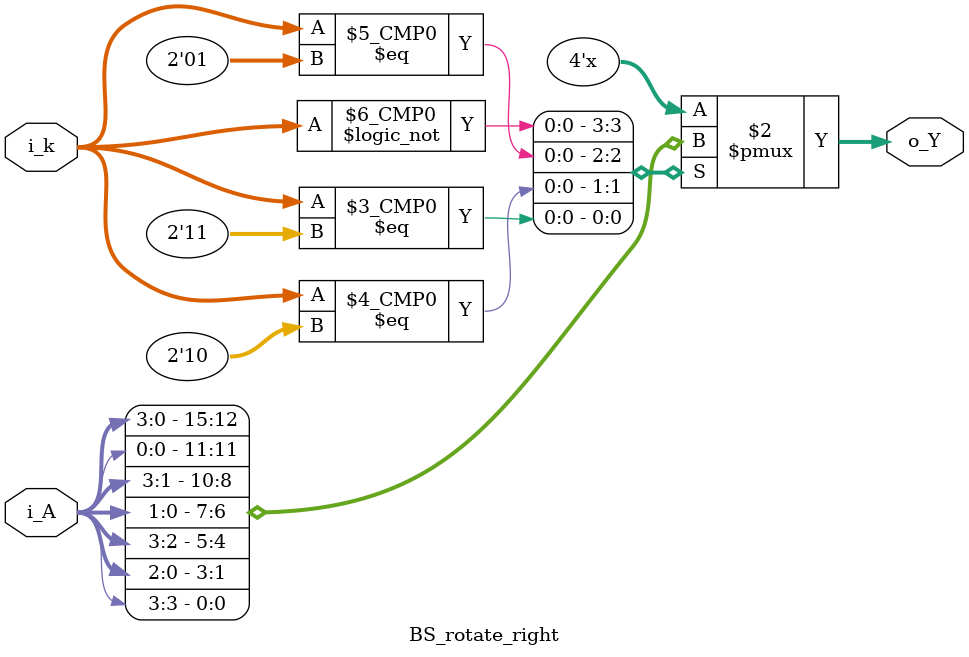
<source format=v>

module BS_rotate_right 
(
    input 		[3:0] i_A,
    input 		[1:0] i_k,
    output reg	[3:0] o_Y
);
	
    
    always @(*) begin
        case (i_k)
            2'b00: 		o_Y = i_A;
            2'b01: 		o_Y = {i_A[0], i_A[3:1]};       // Shift right 1
            2'b10: 		o_Y = {i_A[1:0], i_A[3:2]};     // Shift right 2
            2'b11: 		o_Y = {i_A[2:0], i_A[3]};       // Shift right 3
            default:	o_Y = i_A;
        endcase
    end
endmodule


</source>
